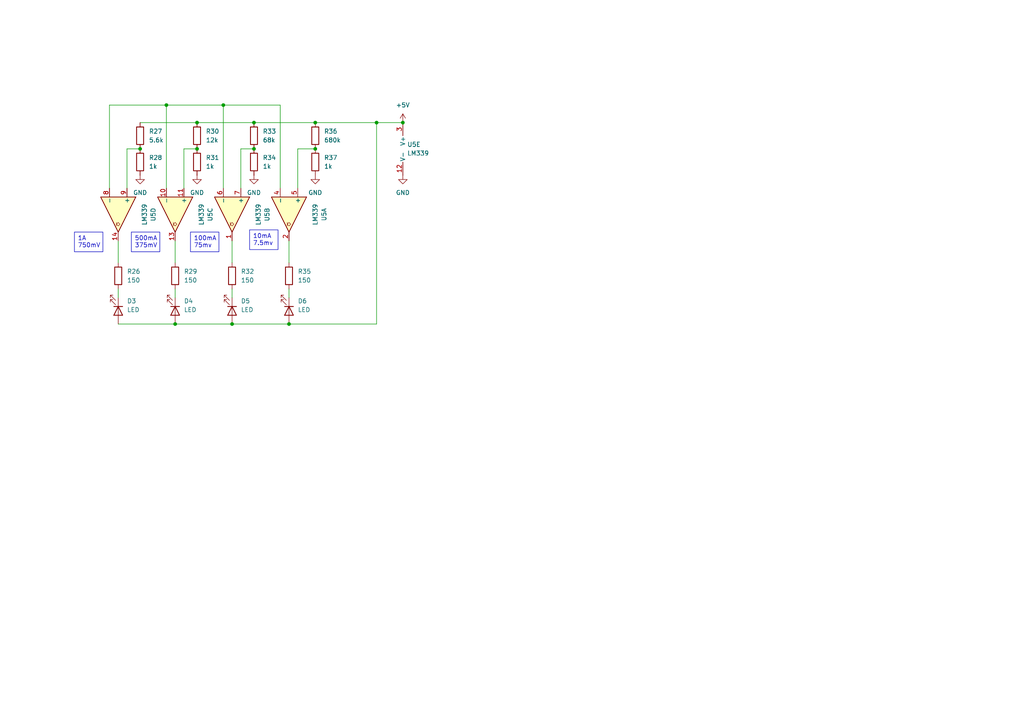
<source format=kicad_sch>
(kicad_sch (version 20231120) (generator "eeschema") (generator_version "8.0")
  (paper "A4")
  (lib_symbols
    (symbol "Comparator:LM339" (pin_names (offset 0.127))
      (property "Reference" "U" (at 0 5.08 0))
      (property "Value" "LM339" (at 0 -5.08 0))
      (symbol "LM339_1_1"
        (polyline (pts (xy -5.08 5.08) (xy 5.08 0) (xy -5.08 -5.08) (xy -5.08 5.08)) (stroke (width 0.254)) (fill (type background)))
        (polyline (pts (xy 3.302 -0.508) (xy 2.794 -0.508) (xy 3.302 0) (xy 2.794 0.508) (xy 2.286 0) (xy 2.794 -0.508) (xy 2.286 -0.508)) (stroke (width 0.127)))
        (pin open_collector line (at 7.62 0 180) (length 2.54) (name "~") (number "2"))
        (pin input line (at -7.62 -2.54 0) (length 2.54) (name "-") (number "4"))
        (pin input line (at -7.62 2.54 0) (length 2.54) (name "+") (number "5"))
      )
      (symbol "LM339_2_1"
        (polyline (pts (xy -5.08 5.08) (xy 5.08 0) (xy -5.08 -5.08) (xy -5.08 5.08)) (stroke (width 0.254)) (fill (type background)))
        (polyline (pts (xy 3.302 -0.508) (xy 2.794 -0.508) (xy 3.302 0) (xy 2.794 0.508) (xy 2.286 0) (xy 2.794 -0.508) (xy 2.286 -0.508)) (stroke (width 0.127)))
        (pin open_collector line (at 7.62 0 180) (length 2.54) (name "~") (number "1"))
        (pin input line (at -7.62 -2.54 0) (length 2.54) (name "-") (number "6"))
        (pin input line (at -7.62 2.54 0) (length 2.54) (name "+") (number "7"))
      )
      (symbol "LM339_3_1"
        (polyline (pts (xy -5.08 5.08) (xy 5.08 0) (xy -5.08 -5.08) (xy -5.08 5.08)) (stroke (width 0.254)) (fill (type background)))
        (polyline (pts (xy 3.302 -0.508) (xy 2.794 -0.508) (xy 3.302 0) (xy 2.794 0.508) (xy 2.286 0) (xy 2.794 -0.508) (xy 2.286 -0.508)) (stroke (width 0.127)))
        (pin input line (at -7.62 -2.54 0) (length 2.54) (name "-") (number "10"))
        (pin input line (at -7.62 2.54 0) (length 2.54) (name "+") (number "11"))
        (pin open_collector line (at 7.62 0 180) (length 2.54) (name "~") (number "13"))
      )
      (symbol "LM339_4_1"
        (polyline (pts (xy -5.08 5.08) (xy 5.08 0) (xy -5.08 -5.08) (xy -5.08 5.08)) (stroke (width 0.254)) (fill (type background)))
        (polyline (pts (xy 3.302 -0.508) (xy 2.794 -0.508) (xy 3.302 0) (xy 2.794 0.508) (xy 2.286 0) (xy 2.794 -0.508) (xy 2.286 -0.508)) (stroke (width 0.127)))
        (pin open_collector line (at 7.62 0 180) (length 2.54) (name "~") (number "14"))
        (pin input line (at -7.62 -2.54 0) (length 2.54) (name "-") (number "8"))
        (pin input line (at -7.62 2.54 0) (length 2.54) (name "+") (number "9"))
      )
      (symbol "LM339_5_1"
        (pin power_in line (at -2.54 -7.62 90) (length 3.81) (name "V-") (number "12"))
        (pin power_in line (at -2.54 7.62 270) (length 3.81) (name "V+") (number "3"))
      )
    )
    (symbol "Device:LED" (pin_numbers hide) (pin_names (offset 1.016) hide)
      (property "Reference" "D" (at 0 2.54 0))
      (property "Value" "LED" (at 0 -2.54 0))
      (symbol "LED_0_1"
        (polyline (pts (xy -1.27 -1.27) (xy -1.27 1.27)) (stroke (width 0.254)))
        (polyline (pts (xy -1.27 0) (xy 1.27 0)))
        (polyline (pts (xy 1.27 -1.27) (xy 1.27 1.27) (xy -1.27 0) (xy 1.27 -1.27)) (stroke (width 0.254)))
        (polyline (pts (xy -3.048 -0.762) (xy -4.572 -2.286) (xy -3.81 -2.286) (xy -4.572 -2.286) (xy -4.572 -1.524)))
        (polyline (pts (xy -1.778 -0.762) (xy -3.302 -2.286) (xy -2.54 -2.286) (xy -3.302 -2.286) (xy -3.302 -1.524)))
      )
      (symbol "LED_1_1"
        (pin passive line (at -3.81 0 0) (length 2.54) (name "K") (number "1"))
        (pin passive line (at 3.81 0 180) (length 2.54) (name "A") (number "2"))
      )
    )
    (symbol "Device:R" (pin_numbers hide) (pin_names (offset 0))
      (property "Reference" "R" (at 2.032 0 90))
      (property "Value" "R" (at 0 0 90))
      (symbol "R_0_1"
        (rectangle (start -1.016 -2.54) (end 1.016 2.54) (stroke (width 0.254)))
      )
      (symbol "R_1_1"
        (pin passive line (at 0 3.81 270) (length 1.27) (name "~") (number "1"))
        (pin passive line (at 0 -3.81 90) (length 1.27) (name "~") (number "2"))
      )
    )
    (symbol "power:+5V" (power) (pin_numbers hide) (pin_names (offset 0) hide)
      (property "Value" "+5V" (at 0 3.556 0))
      (symbol "+5V_0_1"
        (polyline (pts (xy -0.762 1.27) (xy 0 2.54)))
        (polyline (pts (xy 0 0) (xy 0 2.54)))
        (polyline (pts (xy 0 2.54) (xy 0.762 1.27)))
      )
      (symbol "+5V_1_1"
        (pin power_in line (at 0 0 90) (length 0) (name "~") (number "1"))
      )
    )
    (symbol "power:GND" (power) (pin_numbers hide) (pin_names (offset 0) hide)
      (property "Value" "GND" (at 0 -3.81 0))
      (symbol "GND_0_1"
        (polyline (pts (xy 0 0) (xy 0 -1.27) (xy 1.27 -1.27) (xy 0 -2.54) (xy -1.27 -1.27) (xy 0 -1.27)))
      )
      (symbol "GND_1_1"
        (pin power_in line (at 0 0 270) (length 0) (name "~") (number "1"))
      )
    )
  )
  (junction (at 48.26 30.48))
  (junction (at 40.64 43.18))
  (junction (at 91.44 43.18))
  (junction (at 116.84 35.56))
  (junction (at 67.31 93.98))
  (junction (at 73.66 43.18))
  (junction (at 109.22 35.56))
  (junction (at 50.8 93.98))
  (junction (at 57.15 43.18))
  (junction (at 91.44 35.56))
  (junction (at 64.77 30.48))
  (junction (at 83.82 93.98))
  (junction (at 73.66 35.56))
  (junction (at 57.15 35.56))
  (wire (pts (xy 69.85 43.18) (xy 73.66 43.18)))
  (wire (pts (xy 53.34 43.18) (xy 57.15 43.18)))
  (wire (pts (xy 50.8 83.82) (xy 50.8 86.36)))
  (wire (pts (xy 81.28 54.61) (xy 81.28 30.48)))
  (wire (pts (xy 83.82 93.98) (xy 109.22 93.98)))
  (wire (pts (xy 36.83 43.18) (xy 40.64 43.18)))
  (wire (pts (xy 50.8 69.85) (xy 50.8 76.2)))
  (wire (pts (xy 109.22 35.56) (xy 116.84 35.56)))
  (wire (pts (xy 67.31 93.98) (xy 83.82 93.98)))
  (wire (pts (xy 40.64 35.56) (xy 57.15 35.56)))
  (wire (pts (xy 83.82 69.85) (xy 83.82 76.2)))
  (wire (pts (xy 48.26 30.48) (xy 48.26 54.61)))
  (wire (pts (xy 34.29 69.85) (xy 34.29 76.2)))
  (wire (pts (xy 53.34 54.61) (xy 53.34 43.18)))
  (wire (pts (xy 83.82 83.82) (xy 83.82 86.36)))
  (wire (pts (xy 36.83 54.61) (xy 36.83 43.18)))
  (wire (pts (xy 86.36 43.18) (xy 91.44 43.18)))
  (wire (pts (xy 34.29 93.98) (xy 50.8 93.98)))
  (wire (pts (xy 91.44 35.56) (xy 109.22 35.56)))
  (wire (pts (xy 57.15 35.56) (xy 73.66 35.56)))
  (wire (pts (xy 73.66 35.56) (xy 91.44 35.56)))
  (wire (pts (xy 31.75 54.61) (xy 31.75 30.48)))
  (wire (pts (xy 67.31 83.82) (xy 67.31 86.36)))
  (wire (pts (xy 109.22 35.56) (xy 109.22 93.98)))
  (wire (pts (xy 31.75 30.48) (xy 48.26 30.48)))
  (wire (pts (xy 86.36 54.61) (xy 86.36 43.18)))
  (wire (pts (xy 50.8 93.98) (xy 67.31 93.98)))
  (wire (pts (xy 64.77 30.48) (xy 81.28 30.48)))
  (wire (pts (xy 34.29 83.82) (xy 34.29 86.36)))
  (wire (pts (xy 67.31 69.85) (xy 67.31 76.2)))
  (wire (pts (xy 69.85 54.61) (xy 69.85 43.18)))
  (wire (pts (xy 64.77 30.48) (xy 64.77 54.61)))
  (wire (pts (xy 48.26 30.48) (xy 64.77 30.48)))
  (text_box "1A\n750mV\n" (at 21.59 67.31 0) (size 8.255 5.715) (effects (font (size 1.27 1.27)) (justify left top)))
  (text_box "100mA\n75mv\n" (at 55.245 67.31 0) (size 8.255 5.715) (effects (font (size 1.27 1.27)) (justify left top)))
  (text_box "10mA\n7.5mv\n" (at 72.39 66.675 0) (size 8.255 5.715) (effects (font (size 1.27 1.27)) (justify left top)))
  (text_box "500mA\n375mV\n\n" (at 38.1 67.31 0) (size 8.255 5.715) (effects (font (size 1.27 1.27)) (justify left top)))
  (symbol (lib_id "Comparator:LM339") (at 119.38 43.18 0) (unit 5)
    (property "Reference" "U5" (at 118.11 41.9099 0) (effects (justify left)))
    (property "Value" "LM339" (at 118.11 44.4499 0) (effects (justify left)))
    (property "Footprint" "Package_SO:SOIC-14_3.9x8.7mm_P1.27mm" (effects (hide yes)))
    (property "Datasheet" "https://www.st.com/resource/en/datasheet/lm139.pdf" (effects (hide yes)))
    (property "Description" "Quad Differential Comparators, SOIC-14/TSSOP-14" (effects (hide yes)))
    (property "LCSC Part" "C350549" (effects (hide yes)))
  )
  (symbol (lib_id "Device:LED") (at 50.8 90.17 270) (unit 1)
    (property "Reference" "D4" (at 53.34 87.3124 90) (effects (justify left)))
    (property "Value" "LED" (at 53.34 89.8524 90) (effects (justify left)))
    (property "Footprint" "LED_SMD:LED_0603_1608Metric" (effects (hide yes)))
    (property "Description" "Light emitting diode" (effects (hide yes)))
    (property "LCSC Part" "C2286" (effects (hide yes)))
  )
  (symbol (lib_id "Device:LED") (at 67.31 90.17 270) (unit 1)
    (property "Reference" "D5" (at 69.85 87.3124 90) (effects (justify left)))
    (property "Value" "LED" (at 69.85 89.8524 90) (effects (justify left)))
    (property "Footprint" "LED_SMD:LED_0603_1608Metric" (effects (hide yes)))
    (property "Description" "Light emitting diode" (effects (hide yes)))
    (property "LCSC Part" "C2286" (effects (hide yes)))
  )
  (symbol (lib_id "Device:R") (at 67.31 80.01 0) (unit 1)
    (property "Reference" "R32" (at 69.85 78.7399 0) (effects (justify left)))
    (property "Value" "150" (at 69.85 81.2799 0) (effects (justify left)))
    (property "Footprint" "Resistor_SMD:R_0603_1608Metric" (effects (hide yes)))
    (property "Description" "Resistor" (effects (hide yes)))
  )
  (symbol (lib_id "power:GND") (at 40.64 50.8 0) (unit 1)
    (property "Reference" "#PWR031" (effects (hide yes)))
    (property "Value" "GND" (at 40.64 55.88 0))
    (property "Description" "Power symbol creates a global label with name \"GND\" , ground" (effects (hide yes)))
  )
  (symbol (lib_id "power:GND") (at 57.15 50.8 0) (unit 1)
    (property "Reference" "#PWR032" (effects (hide yes)))
    (property "Value" "GND" (at 57.15 55.88 0))
    (property "Description" "Power symbol creates a global label with name \"GND\" , ground" (effects (hide yes)))
  )
  (symbol (lib_id "Device:R") (at 57.15 39.37 0) (unit 1)
    (property "Reference" "R30" (at 59.69 38.0999 0) (effects (justify left)))
    (property "Value" "12k" (at 59.69 40.6399 0) (effects (justify left)))
    (property "Footprint" "Resistor_SMD:R_0603_1608Metric" (effects (hide yes)))
    (property "Description" "Resistor" (effects (hide yes)))
  )
  (symbol (lib_id "Device:LED") (at 83.82 90.17 270) (unit 1)
    (property "Reference" "D6" (at 86.36 87.3124 90) (effects (justify left)))
    (property "Value" "LED" (at 86.36 89.8524 90) (effects (justify left)))
    (property "Footprint" "LED_SMD:LED_0603_1608Metric" (effects (hide yes)))
    (property "Description" "Light emitting diode" (effects (hide yes)))
    (property "LCSC Part" "C2286" (effects (hide yes)))
  )
  (symbol (lib_id "Comparator:LM339") (at 50.8 62.23 270) (unit 3)
    (property "Reference" "U5" (at 60.96 62.23 0))
    (property "Value" "LM339" (at 58.42 62.23 0))
    (property "Footprint" "Package_SO:SOIC-14_3.9x8.7mm_P1.27mm" (effects (hide yes)))
    (property "Datasheet" "https://www.st.com/resource/en/datasheet/lm139.pdf" (effects (hide yes)))
    (property "Description" "Quad Differential Comparators, SOIC-14/TSSOP-14" (effects (hide yes)))
    (property "LCSC Part" "C350549" (effects (hide yes)))
  )
  (symbol (lib_id "Device:R") (at 91.44 46.99 0) (unit 1)
    (property "Reference" "R37" (at 93.98 45.7199 0) (effects (justify left)))
    (property "Value" "1k" (at 93.98 48.2599 0) (effects (justify left)))
    (property "Footprint" "Resistor_SMD:R_0603_1608Metric" (effects (hide yes)))
    (property "Description" "Resistor" (effects (hide yes)))
  )
  (symbol (lib_id "Device:R") (at 34.29 80.01 0) (unit 1)
    (property "Reference" "R26" (at 36.83 78.7399 0) (effects (justify left)))
    (property "Value" "150" (at 36.83 81.2799 0) (effects (justify left)))
    (property "Footprint" "Resistor_SMD:R_0603_1608Metric" (effects (hide yes)))
    (property "Description" "Resistor" (effects (hide yes)))
  )
  (symbol (lib_id "Device:R") (at 40.64 39.37 0) (unit 1)
    (property "Reference" "R27" (at 43.18 38.0999 0) (effects (justify left)))
    (property "Value" "5.6k" (at 43.18 40.6399 0) (effects (justify left)))
    (property "Footprint" "Resistor_SMD:R_0603_1608Metric" (effects (hide yes)))
    (property "Description" "Resistor" (effects (hide yes)))
  )
  (symbol (lib_id "power:GND") (at 116.84 50.8 0) (unit 1)
    (property "Reference" "#PWR036" (effects (hide yes)))
    (property "Value" "GND" (at 116.84 55.88 0))
    (property "Description" "Power symbol creates a global label with name \"GND\" , ground" (effects (hide yes)))
  )
  (symbol (lib_id "Device:R") (at 83.82 80.01 0) (unit 1)
    (property "Reference" "R35" (at 86.36 78.7399 0) (effects (justify left)))
    (property "Value" "150" (at 86.36 81.2799 0) (effects (justify left)))
    (property "Footprint" "Resistor_SMD:R_0603_1608Metric" (effects (hide yes)))
    (property "Description" "Resistor" (effects (hide yes)))
  )
  (symbol (lib_id "Device:R") (at 57.15 46.99 0) (unit 1)
    (property "Reference" "R31" (at 59.69 45.7199 0) (effects (justify left)))
    (property "Value" "1k" (at 59.69 48.2599 0) (effects (justify left)))
    (property "Footprint" "Resistor_SMD:R_0603_1608Metric" (effects (hide yes)))
    (property "Description" "Resistor" (effects (hide yes)))
  )
  (symbol (lib_id "power:GND") (at 91.44 50.8 0) (unit 1)
    (property "Reference" "#PWR034" (effects (hide yes)))
    (property "Value" "GND" (at 91.44 55.88 0))
    (property "Description" "Power symbol creates a global label with name \"GND\" , ground" (effects (hide yes)))
  )
  (symbol (lib_id "Device:R") (at 40.64 46.99 0) (unit 1)
    (property "Reference" "R28" (at 43.18 45.7199 0) (effects (justify left)))
    (property "Value" "1k" (at 43.18 48.2599 0) (effects (justify left)))
    (property "Footprint" "Resistor_SMD:R_0603_1608Metric" (effects (hide yes)))
    (property "Description" "Resistor" (effects (hide yes)))
  )
  (symbol (lib_id "Comparator:LM339") (at 83.82 62.23 270) (unit 1)
    (property "Reference" "U5" (at 93.98 62.23 0))
    (property "Value" "LM339" (at 91.44 62.23 0))
    (property "Footprint" "Package_SO:SOIC-14_3.9x8.7mm_P1.27mm" (effects (hide yes)))
    (property "Datasheet" "https://www.st.com/resource/en/datasheet/lm139.pdf" (effects (hide yes)))
    (property "Description" "Quad Differential Comparators, SOIC-14/TSSOP-14" (effects (hide yes)))
    (property "LCSC Part" "C350549" (effects (hide yes)))
  )
  (symbol (lib_id "Device:R") (at 73.66 39.37 0) (unit 1)
    (property "Reference" "R33" (at 76.2 38.0999 0) (effects (justify left)))
    (property "Value" "68k" (at 76.2 40.6399 0) (effects (justify left)))
    (property "Footprint" "Resistor_SMD:R_0603_1608Metric" (effects (hide yes)))
    (property "Description" "Resistor" (effects (hide yes)))
  )
  (symbol (lib_id "power:GND") (at 73.66 50.8 0) (unit 1)
    (property "Reference" "#PWR033" (effects (hide yes)))
    (property "Value" "GND" (at 73.66 55.88 0))
    (property "Description" "Power symbol creates a global label with name \"GND\" , ground" (effects (hide yes)))
  )
  (symbol (lib_id "Device:R") (at 91.44 39.37 0) (unit 1)
    (property "Reference" "R36" (at 93.98 38.0999 0) (effects (justify left)))
    (property "Value" "680k" (at 93.98 40.6399 0) (effects (justify left)))
    (property "Footprint" "Resistor_SMD:R_0603_1608Metric" (effects (hide yes)))
    (property "Description" "Resistor" (effects (hide yes)))
  )
  (symbol (lib_id "Comparator:LM339") (at 67.31 62.23 270) (unit 2)
    (property "Reference" "U5" (at 77.47 62.23 0))
    (property "Value" "LM339" (at 74.93 62.23 0))
    (property "Footprint" "Package_SO:SOIC-14_3.9x8.7mm_P1.27mm" (effects (hide yes)))
    (property "Datasheet" "https://www.st.com/resource/en/datasheet/lm139.pdf" (effects (hide yes)))
    (property "Description" "Quad Differential Comparators, SOIC-14/TSSOP-14" (effects (hide yes)))
    (property "LCSC Part" "C350549" (effects (hide yes)))
  )
  (symbol (lib_id "Comparator:LM339") (at 34.29 62.23 270) (unit 4)
    (property "Reference" "U5" (at 44.45 62.23 0))
    (property "Value" "LM339" (at 41.91 62.23 0))
    (property "Footprint" "Package_SO:SOIC-14_3.9x8.7mm_P1.27mm" (effects (hide yes)))
    (property "Datasheet" "https://www.st.com/resource/en/datasheet/lm139.pdf" (effects (hide yes)))
    (property "Description" "Quad Differential Comparators, SOIC-14/TSSOP-14" (effects (hide yes)))
    (property "LCSC Part" "C350549" (effects (hide yes)))
  )
  (symbol (lib_id "Device:LED") (at 34.29 90.17 270) (unit 1)
    (property "Reference" "D3" (at 36.83 87.3124 90) (effects (justify left)))
    (property "Value" "LED" (at 36.83 89.8524 90) (effects (justify left)))
    (property "Footprint" "LED_SMD:LED_0603_1608Metric" (effects (hide yes)))
    (property "Description" "Light emitting diode" (effects (hide yes)))
    (property "LCSC Part" "C2286" (effects (hide yes)))
  )
  (symbol (lib_id "power:+5V") (at 116.84 35.56 0) (unit 1)
    (property "Reference" "#PWR035" (effects (hide yes)))
    (property "Value" "+5V" (at 116.84 30.48 0))
    (property "Description" "Power symbol creates a global label with name \"+5V\"" (effects (hide yes)))
  )
  (symbol (lib_id "Device:R") (at 73.66 46.99 0) (unit 1)
    (property "Reference" "R34" (at 76.2 45.7199 0) (effects (justify left)))
    (property "Value" "1k" (at 76.2 48.2599 0) (effects (justify left)))
    (property "Footprint" "Resistor_SMD:R_0603_1608Metric" (effects (hide yes)))
    (property "Description" "Resistor" (effects (hide yes)))
  )
  (symbol (lib_id "Device:R") (at 50.8 80.01 0) (unit 1)
    (property "Reference" "R29" (at 53.34 78.7399 0) (effects (justify left)))
    (property "Value" "150" (at 53.34 81.2799 0) (effects (justify left)))
    (property "Footprint" "Resistor_SMD:R_0603_1608Metric" (effects (hide yes)))
    (property "Description" "Resistor" (effects (hide yes)))
  )
)
</source>
